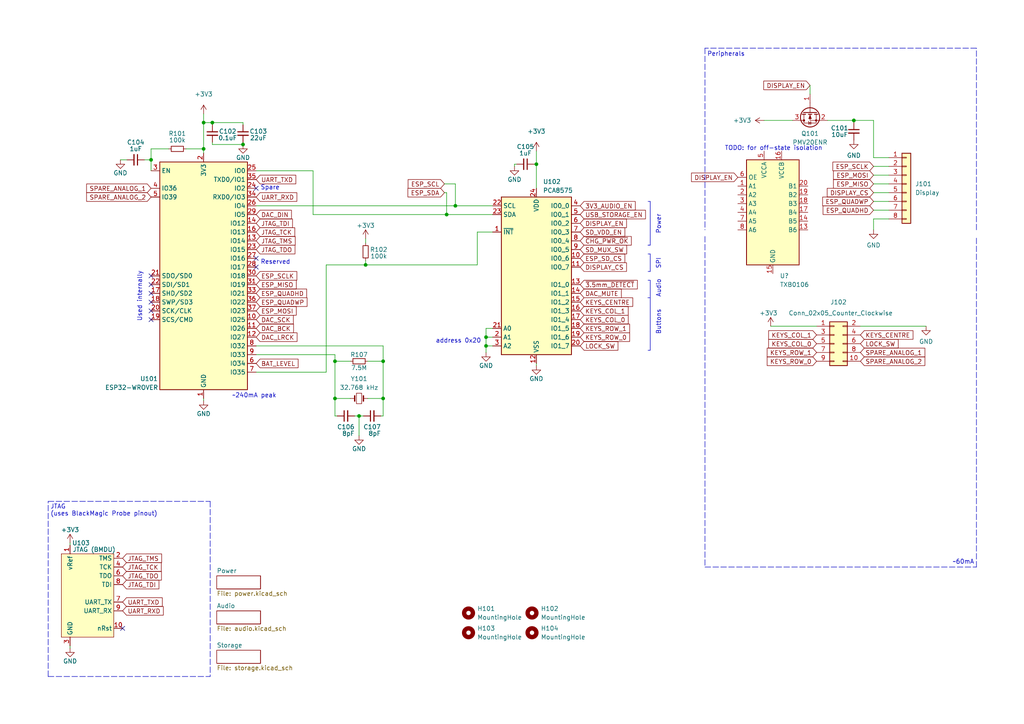
<source format=kicad_sch>
(kicad_sch (version 20211123) (generator eeschema)
  (paper "A4")
  (title_block (date "2022-09-04") (rev "1"))
  (lib_symbols
    (symbol "Connector_Generic:Conn_01x08" (pin_names (offset 1.016) hide)
      (property "Reference" "J" (at 0 10.16 0))
      (property "Value" "Conn_01x08" (at 0 -12.7 0))
      (symbol "Conn_01x08_1_1"
        (rectangle (start -1.27 -10.033) (end 0 -10.287) (stroke (width 0.1524)))
        (rectangle (start -1.27 -7.493) (end 0 -7.747) (stroke (width 0.1524)))
        (rectangle (start -1.27 -4.953) (end 0 -5.207) (stroke (width 0.1524)))
        (rectangle (start -1.27 -2.413) (end 0 -2.667) (stroke (width 0.1524)))
        (rectangle (start -1.27 0.127) (end 0 -0.127) (stroke (width 0.1524)))
        (rectangle (start -1.27 2.667) (end 0 2.413) (stroke (width 0.1524)))
        (rectangle (start -1.27 5.207) (end 0 4.953) (stroke (width 0.1524)))
        (rectangle (start -1.27 7.747) (end 0 7.493) (stroke (width 0.1524)))
        (rectangle (start -1.27 8.89) (end 1.27 -11.43) (stroke (width 0.254)) (fill (type background)))
        (pin passive line (at -5.08 7.62 0) (length 3.81) (name "Pin_1") (number "1"))
        (pin passive line (at -5.08 5.08 0) (length 3.81) (name "Pin_2") (number "2"))
        (pin passive line (at -5.08 2.54 0) (length 3.81) (name "Pin_3") (number "3"))
        (pin passive line (at -5.08 0 0) (length 3.81) (name "Pin_4") (number "4"))
        (pin passive line (at -5.08 -2.54 0) (length 3.81) (name "Pin_5") (number "5"))
        (pin passive line (at -5.08 -5.08 0) (length 3.81) (name "Pin_6") (number "6"))
        (pin passive line (at -5.08 -7.62 0) (length 3.81) (name "Pin_7") (number "7"))
        (pin passive line (at -5.08 -10.16 0) (length 3.81) (name "Pin_8") (number "8"))
      )
    )
    (symbol "Connector_Generic:Conn_02x05_Odd_Even" (pin_names (offset 1.016) hide)
      (property "Reference" "J" (at 1.27 7.62 0))
      (property "Value" "Conn_02x05_Odd_Even" (at 1.27 -7.62 0))
      (symbol "Conn_02x05_Odd_Even_1_1"
        (rectangle (start -1.27 -4.953) (end 0 -5.207) (stroke (width 0.1524)))
        (rectangle (start -1.27 -2.413) (end 0 -2.667) (stroke (width 0.1524)))
        (rectangle (start -1.27 0.127) (end 0 -0.127) (stroke (width 0.1524)))
        (rectangle (start -1.27 2.667) (end 0 2.413) (stroke (width 0.1524)))
        (rectangle (start -1.27 5.207) (end 0 4.953) (stroke (width 0.1524)))
        (rectangle (start -1.27 6.35) (end 3.81 -6.35) (stroke (width 0.254)) (fill (type background)))
        (rectangle (start 3.81 -4.953) (end 2.54 -5.207) (stroke (width 0.1524)))
        (rectangle (start 3.81 -2.413) (end 2.54 -2.667) (stroke (width 0.1524)))
        (rectangle (start 3.81 0.127) (end 2.54 -0.127) (stroke (width 0.1524)))
        (rectangle (start 3.81 2.667) (end 2.54 2.413) (stroke (width 0.1524)))
        (rectangle (start 3.81 5.207) (end 2.54 4.953) (stroke (width 0.1524)))
        (pin passive line (at -5.08 5.08 0) (length 3.81) (name "Pin_1") (number "1"))
        (pin passive line (at 7.62 -5.08 180) (length 3.81) (name "Pin_10") (number "10"))
        (pin passive line (at 7.62 5.08 180) (length 3.81) (name "Pin_2") (number "2"))
        (pin passive line (at -5.08 2.54 0) (length 3.81) (name "Pin_3") (number "3"))
        (pin passive line (at 7.62 2.54 180) (length 3.81) (name "Pin_4") (number "4"))
        (pin passive line (at -5.08 0 0) (length 3.81) (name "Pin_5") (number "5"))
        (pin passive line (at 7.62 0 180) (length 3.81) (name "Pin_6") (number "6"))
        (pin passive line (at -5.08 -2.54 0) (length 3.81) (name "Pin_7") (number "7"))
        (pin passive line (at 7.62 -2.54 180) (length 3.81) (name "Pin_8") (number "8"))
        (pin passive line (at -5.08 -5.08 0) (length 3.81) (name "Pin_9") (number "9"))
      )
    )
    (symbol "Device:C_Small" (pin_numbers hide) (pin_names (offset 0.254) hide)
      (property "Reference" "C" (at 0.254 1.778 0))
      (property "Value" "C_Small" (at 0.254 -2.032 0))
      (symbol "C_Small_0_1"
        (polyline (pts (xy -1.524 -0.508) (xy 1.524 -0.508)) (stroke (width 0.3302)))
        (polyline (pts (xy -1.524 0.508) (xy 1.524 0.508)) (stroke (width 0.3048)))
      )
      (symbol "C_Small_1_1"
        (pin passive line (at 0 2.54 270) (length 2.032) (name "~") (number "1"))
        (pin passive line (at 0 -2.54 90) (length 2.032) (name "~") (number "2"))
      )
    )
    (symbol "Device:Crystal_Small" (pin_numbers hide) (pin_names (offset 1.016) hide)
      (property "Reference" "Y" (at 0 2.54 0))
      (property "Value" "Crystal_Small" (at 0 -2.54 0))
      (symbol "Crystal_Small_0_1"
        (rectangle (start -0.762 -1.524) (end 0.762 1.524))
        (polyline (pts (xy -1.27 -0.762) (xy -1.27 0.762)) (stroke (width 0.381)))
        (polyline (pts (xy 1.27 -0.762) (xy 1.27 0.762)) (stroke (width 0.381)))
      )
      (symbol "Crystal_Small_1_1"
        (pin passive line (at -2.54 0 0) (length 1.27) (name "1") (number "1"))
        (pin passive line (at 2.54 0 180) (length 1.27) (name "2") (number "2"))
      )
    )
    (symbol "Device:R_Small" (pin_numbers hide) (pin_names (offset 0.254) hide)
      (property "Reference" "R" (at 0.762 0.508 0))
      (property "Value" "R_Small" (at 0.762 -1.016 0))
      (symbol "R_Small_0_1"
        (rectangle (start -0.762 1.778) (end 0.762 -1.778) (stroke (width 0.2032)))
      )
      (symbol "R_Small_1_1"
        (pin passive line (at 0 2.54 270) (length 0.762) (name "~") (number "1"))
        (pin passive line (at 0 -2.54 90) (length 0.762) (name "~") (number "2"))
      )
    )
    (symbol "Interface_Expansion:PCA9555D"
      (property "Reference" "U" (at -8.89 24.13 0))
      (property "Value" "PCA9555D" (at 6.35 24.13 0))
      (symbol "PCA9555D_0_1"
        (rectangle (start -10.16 22.86) (end 10.16 -22.86) (stroke (width 0.254)) (fill (type background)))
      )
      (symbol "PCA9555D_1_1"
        (pin open_collector line (at -12.7 12.7 0) (length 2.54) (name "~{INT}") (number "1"))
        (pin bidirectional line (at 12.7 5.08 180) (length 2.54) (name "IO0_6") (number "10"))
        (pin bidirectional line (at 12.7 2.54 180) (length 2.54) (name "IO0_7") (number "11"))
        (pin power_in line (at 0 -25.4 90) (length 2.54) (name "VSS") (number "12"))
        (pin bidirectional line (at 12.7 -2.54 180) (length 2.54) (name "IO1_0") (number "13"))
        (pin bidirectional line (at 12.7 -5.08 180) (length 2.54) (name "IO1_1") (number "14"))
        (pin bidirectional line (at 12.7 -7.62 180) (length 2.54) (name "IO1_2") (number "15"))
        (pin bidirectional line (at 12.7 -10.16 180) (length 2.54) (name "IO1_3") (number "16"))
        (pin bidirectional line (at 12.7 -12.7 180) (length 2.54) (name "IO1_4") (number "17"))
        (pin bidirectional line (at 12.7 -15.24 180) (length 2.54) (name "IO1_5") (number "18"))
        (pin bidirectional line (at 12.7 -17.78 180) (length 2.54) (name "IO1_6") (number "19"))
        (pin input line (at -12.7 -17.78 0) (length 2.54) (name "A1") (number "2"))
        (pin bidirectional line (at 12.7 -20.32 180) (length 2.54) (name "IO1_7") (number "20"))
        (pin input line (at -12.7 -15.24 0) (length 2.54) (name "A0") (number "21"))
        (pin input line (at -12.7 20.32 0) (length 2.54) (name "SCL") (number "22"))
        (pin bidirectional line (at -12.7 17.78 0) (length 2.54) (name "SDA") (number "23"))
        (pin power_in line (at 0 25.4 270) (length 2.54) (name "VDD") (number "24"))
        (pin input line (at -12.7 -20.32 0) (length 2.54) (name "A2") (number "3"))
        (pin bidirectional line (at 12.7 20.32 180) (length 2.54) (name "IO0_0") (number "4"))
        (pin bidirectional line (at 12.7 17.78 180) (length 2.54) (name "IO0_1") (number "5"))
        (pin bidirectional line (at 12.7 15.24 180) (length 2.54) (name "IO0_2") (number "6"))
        (pin bidirectional line (at 12.7 12.7 180) (length 2.54) (name "IO0_3") (number "7"))
        (pin bidirectional line (at 12.7 10.16 180) (length 2.54) (name "IO0_4") (number "8"))
        (pin bidirectional line (at 12.7 7.62 180) (length 2.54) (name "IO0_5") (number "9"))
      )
    )
    (symbol "Mechanical:MountingHole" (pin_names (offset 1.016))
      (property "Reference" "H" (at 0 5.08 0))
      (property "Value" "MountingHole" (at 0 3.175 0))
      (symbol "MountingHole_0_1"
        (circle (center 0 0) (radius 1.27) (stroke (width 1.27)))
      )
    )
    (symbol "RF_Module:ESP32-WROOM-32U"
      (property "Reference" "U101" (at -18.415 -29.845 0))
      (property "Value" "ESP32-WROOM-32UE" (at -34.29 -32.385 0))
      (symbol "ESP32-WROOM-32U_0_1"
        (rectangle (start -12.7 33.02) (end 12.7 -33.02) (stroke (width 0.254)) (fill (type background)))
      )
      (symbol "ESP32-WROOM-32U_1_1"
        (pin power_in line (at 0 -35.56 90) (length 2.54) (name "GND") (number "1"))
        (pin bidirectional line (at 15.24 -12.7 180) (length 2.54) (name "IO25") (number "10"))
        (pin bidirectional line (at 15.24 -15.24 180) (length 2.54) (name "IO26") (number "11"))
        (pin bidirectional line (at 15.24 -17.78 180) (length 2.54) (name "IO27") (number "12"))
        (pin bidirectional line (at 15.24 10.16 180) (length 2.54) (name "IO14") (number "13"))
        (pin bidirectional line (at 15.24 15.24 180) (length 2.54) (name "IO12") (number "14"))
        (pin passive line (at 0 -35.56 90) (length 2.54) hide (name "GND") (number "15"))
        (pin bidirectional line (at 15.24 12.7 180) (length 2.54) (name "IO13") (number "16"))
        (pin bidirectional line (at -15.24 -5.08 0) (length 2.54) (name "SHD/SD2") (number "17"))
        (pin bidirectional line (at -15.24 -7.62 0) (length 2.54) (name "SWP/SD3") (number "18"))
        (pin bidirectional line (at -15.24 -12.7 0) (length 2.54) (name "SCS/CMD") (number "19"))
        (pin power_in line (at 0 35.56 270) (length 2.54) (name "3V3") (number "2"))
        (pin bidirectional line (at -15.24 -10.16 0) (length 2.54) (name "SCK/CLK") (number "20"))
        (pin bidirectional line (at -15.24 0 0) (length 2.54) (name "SDO/SD0") (number "21"))
        (pin bidirectional line (at -15.24 -2.54 0) (length 2.54) (name "SDI/SD1") (number "22"))
        (pin bidirectional line (at 15.24 7.62 180) (length 2.54) (name "IO15") (number "23"))
        (pin bidirectional line (at 15.24 25.4 180) (length 2.54) (name "IO2") (number "24"))
        (pin bidirectional line (at 15.24 30.48 180) (length 2.54) (name "IO0") (number "25"))
        (pin bidirectional line (at 15.24 20.32 180) (length 2.54) (name "IO4") (number "26"))
        (pin bidirectional line (at 15.24 5.08 180) (length 2.54) (name "IO16") (number "27"))
        (pin bidirectional line (at 15.24 2.54 180) (length 2.54) (name "IO17") (number "28"))
        (pin bidirectional line (at 15.24 17.78 180) (length 2.54) (name "IO5") (number "29"))
        (pin input line (at -15.24 30.48 0) (length 2.54) (name "EN") (number "3"))
        (pin bidirectional line (at 15.24 0 180) (length 2.54) (name "IO18") (number "30"))
        (pin bidirectional line (at 15.24 -2.54 180) (length 2.54) (name "IO19") (number "31"))
        (pin no_connect line (at -12.7 -27.94 0) (length 2.54) hide (name "NC") (number "32"))
        (pin bidirectional line (at 15.24 -5.08 180) (length 2.54) (name "IO21") (number "33"))
        (pin bidirectional line (at 15.24 22.86 180) (length 2.54) (name "RXD0/IO3") (number "34"))
        (pin bidirectional line (at 15.24 27.94 180) (length 2.54) (name "TXD0/IO1") (number "35"))
        (pin bidirectional line (at 15.24 -7.62 180) (length 2.54) (name "IO22") (number "36"))
        (pin bidirectional line (at 15.24 -10.16 180) (length 2.54) (name "IO23") (number "37"))
        (pin passive line (at 0 -35.56 90) (length 2.54) hide (name "GND") (number "38"))
        (pin passive line (at 0 -35.56 90) (length 2.54) hide (name "GND") (number "39"))
        (pin input line (at -15.24 25.4 0) (length 2.54) (name "IO36") (number "4"))
        (pin input line (at -15.24 22.86 0) (length 2.54) (name "IO39") (number "5"))
        (pin input line (at 15.24 -25.4 180) (length 2.54) (name "IO34") (number "6"))
        (pin input line (at 15.24 -27.94 180) (length 2.54) (name "IO35") (number "7"))
        (pin bidirectional line (at 15.24 -20.32 180) (length 2.54) (name "IO32") (number "8"))
        (pin bidirectional line (at 15.24 -22.86 180) (length 2.54) (name "IO33") (number "9"))
      )
    )
    (symbol "Transistor_FET:2N7002" (pin_names hide)
      (property "Reference" "Q" (at 5.08 1.905 0))
      (property "Value" "2N7002" (at 5.08 0 0))
      (symbol "2N7002_0_1"
        (polyline (pts (xy 0.254 0) (xy -2.54 0)))
        (polyline (pts (xy 0.254 1.905) (xy 0.254 -1.905)) (stroke (width 0.254)))
        (polyline (pts (xy 0.762 -1.27) (xy 0.762 -2.286)) (stroke (width 0.254)))
        (polyline (pts (xy 0.762 0.508) (xy 0.762 -0.508)) (stroke (width 0.254)))
        (polyline (pts (xy 0.762 2.286) (xy 0.762 1.27)) (stroke (width 0.254)))
        (polyline (pts (xy 2.54 2.54) (xy 2.54 1.778)))
        (polyline (pts (xy 2.54 -2.54) (xy 2.54 0) (xy 0.762 0)))
        (polyline (pts (xy 0.762 -1.778) (xy 3.302 -1.778) (xy 3.302 1.778) (xy 0.762 1.778)))
        (polyline (pts (xy 1.016 0) (xy 2.032 0.381) (xy 2.032 -0.381) (xy 1.016 0)) (fill (type outline)))
        (polyline (pts (xy 2.794 0.508) (xy 2.921 0.381) (xy 3.683 0.381) (xy 3.81 0.254)))
        (polyline (pts (xy 3.302 0.381) (xy 2.921 -0.254) (xy 3.683 -0.254) (xy 3.302 0.381)))
        (circle (center 1.651 0) (radius 2.794) (stroke (width 0.254)))
        (circle (center 2.54 -1.778) (radius 0.254) (fill (type outline)))
        (circle (center 2.54 1.778) (radius 0.254) (fill (type outline)))
      )
      (symbol "2N7002_1_1"
        (pin input line (at -5.08 0 0) (length 2.54) (name "G") (number "1"))
        (pin passive line (at 2.54 -5.08 90) (length 2.54) (name "S") (number "2"))
        (pin passive line (at 2.54 5.08 270) (length 2.54) (name "D") (number "3"))
      )
    )
    (symbol "power:+3V3" (power) (pin_names (offset 0))
      (property "Value" "+3V3" (at 0 3.556 0))
      (symbol "+3V3_0_1"
        (polyline (pts (xy -0.762 1.27) (xy 0 2.54)))
        (polyline (pts (xy 0 0) (xy 0 2.54)))
        (polyline (pts (xy 0 2.54) (xy 0.762 1.27)))
      )
      (symbol "+3V3_1_1"
        (pin power_in line (at 0 0 90) (length 0) hide (name "+3V3") (number "1"))
      )
    )
    (symbol "power:GND" (power) (pin_names (offset 0))
      (property "Value" "GND" (at 0 -3.81 0))
      (symbol "GND_0_1"
        (polyline (pts (xy 0 0) (xy 0 -1.27) (xy 1.27 -1.27) (xy 0 -2.54) (xy -1.27 -1.27) (xy 0 -1.27)))
      )
      (symbol "GND_1_1"
        (pin power_in line (at 0 0 270) (length 0) hide (name "GND") (number "1"))
      )
    )
    (symbol "symbols:BMDU"
      (property "Reference" "U" (at -5.08 6.35 0))
      (property "Value" "BMDU" (at -5.08 6.35 0))
      (symbol "BMDU_0_0"
        (pin unspecified line (at -5.08 20.32 270) (length 2.54) (name "vRef") (number "1"))
        (pin unspecified line (at 10.16 -3.81 180) (length 2.54) (name "nRst") (number "10"))
        (pin unspecified line (at 10.16 16.51 180) (length 2.54) (name "TMS") (number "2"))
        (pin unspecified line (at -5.08 -8.89 90) (length 2.54) (name "GND") (number "3"))
        (pin unspecified line (at 10.16 13.97 180) (length 2.54) (name "TCK") (number "4"))
        (pin unspecified line (at -5.08 -8.89 90) (length 2.54) hide (name "GND") (number "5"))
        (pin unspecified line (at 10.16 11.43 180) (length 2.54) (name "TDO") (number "6"))
        (pin unspecified line (at 10.16 3.81 180) (length 2.54) (name "UART_TX") (number "7"))
        (pin unspecified line (at 10.16 8.89 180) (length 2.54) (name "TDI") (number "8"))
        (pin unspecified line (at 10.16 1.27 180) (length 2.54) (name "UART_RX") (number "9"))
      )
      (symbol "BMDU_0_1"
        (rectangle (start -7.62 17.78) (end 7.62 -6.35) (fill (type background)))
      )
    )
    (symbol "symbols:TXB0106"
      (property "Reference" "U" (at 0 -6.35 0))
      (property "Value" "TXB0106" (at 0 -8.89 0))
      (symbol "TXB0106_0_1"
        (rectangle (start -7.62 13.97) (end 7.62 -16.51) (stroke (width 0.254)) (fill (type background)))
      )
      (symbol "TXB0106_1_1"
        (pin bidirectional line (at -10.16 6.35 0) (length 2.54) (name "A1") (number "1"))
        (pin bidirectional line (at 10.16 -6.35 180) (length 2.54) (name "B6") (number "13"))
        (pin bidirectional line (at 10.16 -3.81 180) (length 2.54) (name "B5") (number "14"))
        (pin power_in line (at 0 -19.05 90) (length 2.54) (name "GND") (number "15"))
        (pin power_in line (at 2.54 16.51 270) (length 2.54) (name "VCCB") (number "16"))
        (pin bidirectional line (at 10.16 -1.27 180) (length 2.54) (name "B4") (number "17"))
        (pin bidirectional line (at 10.16 1.27 180) (length 2.54) (name "B3") (number "18"))
        (pin bidirectional line (at 10.16 3.81 180) (length 2.54) (name "B2") (number "19"))
        (pin bidirectional line (at -10.16 3.81 0) (length 2.54) (name "A2") (number "2"))
        (pin bidirectional line (at 10.16 6.35 180) (length 2.54) (name "B1") (number "20"))
        (pin bidirectional line (at -10.16 1.27 0) (length 2.54) (name "A3") (number "3"))
        (pin bidirectional line (at -10.16 -1.27 0) (length 2.54) (name "A4") (number "4"))
        (pin power_in line (at -2.54 16.51 270) (length 2.54) (name "VCCA") (number "5"))
        (pin input line (at -10.16 8.89 0) (length 2.54) (name "OE") (number "6"))
        (pin bidirectional line (at -10.16 -3.81 0) (length 2.54) (name "A5") (number "7"))
        (pin bidirectional line (at -10.16 -6.35 0) (length 2.54) (name "A6") (number "8"))
      )
    )
  )
  (junction (at 97.155 104.775))
  (junction (at 106.045 76.835))
  (junction (at 132.08 59.69))
  (junction (at 140.97 100.33))
  (junction (at 104.14 120.65))
  (junction (at 70.485 41.91))
  (junction (at 129.54 62.23))
  (junction (at 43.815 46.355))
  (junction (at 140.97 97.79))
  (junction (at 61.595 35.56))
  (junction (at 111.125 104.775))
  (junction (at 59.055 35.56))
  (junction (at 111.125 115.57))
  (junction (at 97.155 115.57))
  (junction (at 155.575 47.625))
  (junction (at 59.055 43.18))
  (junction (at 247.65 34.925))
  (no_connect (at 43.815 80.01))
  (no_connect (at 43.815 82.55))
  (no_connect (at 43.815 85.09))
  (no_connect (at 43.815 87.63))
  (no_connect (at 43.815 90.17))
  (no_connect (at 43.815 92.71))
  (no_connect (at 74.295 54.61))
  (no_connect (at 74.295 74.93))
  (no_connect (at 74.295 77.47))
  (no_connect (at 35.56 182.245))
  (wire (pts (xy 142.875 97.79) (xy 140.97 97.79)))
  (wire (pts (xy 97.155 115.57) (xy 101.6 115.57)))
  (wire (pts (xy 149.86 47.625) (xy 149.225 47.625)))
  (wire (pts (xy 111.125 104.775) (xy 111.125 115.57)))
  (wire (pts (xy 138.43 76.835) (xy 106.045 76.835)))
  (wire (pts (xy 249.555 94.615) (xy 268.605 94.615)))
  (wire (pts (xy 140.97 95.25) (xy 140.97 97.79)))
  (wire (pts (xy 253.365 48.26) (xy 257.81 48.26)))
  (polyline (pts (xy 187.96 71.12) (xy 188.595 71.12)) (stroke (width 0) (type solid)))
  (wire (pts (xy 97.155 115.57) (xy 97.155 120.65)))
  (polyline (pts (xy 204.47 68.58) (xy 204.47 164.465)))
  (polyline (pts (xy 187.96 81.28) (xy 188.595 81.28)) (stroke (width 0) (type solid)))
  (wire (pts (xy 253.365 63.5) (xy 253.365 66.675)))
  (polyline (pts (xy 283.21 66.675) (xy 283.21 13.97)))
  (wire (pts (xy 74.295 100.33) (xy 111.125 100.33)))
  (wire (pts (xy 61.595 41.275) (xy 61.595 41.91)))
  (polyline (pts (xy 188.595 73.66) (xy 188.595 78.74)) (stroke (width 0) (type solid)))
  (wire (pts (xy 74.295 102.87) (xy 97.155 102.87)))
  (wire (pts (xy 59.055 35.56) (xy 59.055 43.18)))
  (wire (pts (xy 53.975 43.18) (xy 59.055 43.18)))
  (wire (pts (xy 128.905 53.34) (xy 132.08 53.34)))
  (polyline (pts (xy 188.595 58.42) (xy 188.595 71.12)) (stroke (width 0) (type solid)))
  (wire (pts (xy 253.365 58.42) (xy 257.81 58.42)))
  (wire (pts (xy 253.365 34.925) (xy 253.365 45.72)))
  (wire (pts (xy 104.14 120.65) (xy 104.14 126.365)))
  (wire (pts (xy 41.91 46.355) (xy 43.815 46.355)))
  (wire (pts (xy 59.055 116.205) (xy 59.055 115.57)))
  (polyline (pts (xy 204.47 164.465) (xy 283.21 164.465)))
  (wire (pts (xy 43.815 43.18) (xy 43.815 46.355)))
  (wire (pts (xy 61.595 35.56) (xy 70.485 35.56)))
  (wire (pts (xy 234.95 24.765) (xy 234.95 27.305)))
  (wire (pts (xy 20.32 157.48) (xy 20.32 158.115)))
  (wire (pts (xy 155.575 106.045) (xy 155.575 105.41)))
  (polyline (pts (xy 283.21 164.465) (xy 283.21 68.58)))
  (polyline (pts (xy 13.97 196.215) (xy 13.97 145.415)))
  (wire (pts (xy 111.125 100.33) (xy 111.125 104.775)))
  (wire (pts (xy 155.575 43.815) (xy 155.575 47.625)))
  (wire (pts (xy 70.485 36.195) (xy 70.485 35.56)))
  (wire (pts (xy 102.87 120.65) (xy 104.14 120.65)))
  (wire (pts (xy 138.43 67.31) (xy 142.875 67.31)))
  (wire (pts (xy 97.155 104.775) (xy 101.6 104.775)))
  (wire (pts (xy 97.155 104.775) (xy 97.155 115.57)))
  (wire (pts (xy 132.08 59.69) (xy 142.875 59.69)))
  (wire (pts (xy 111.125 115.57) (xy 111.125 120.65)))
  (wire (pts (xy 90.805 49.53) (xy 90.805 62.23)))
  (polyline (pts (xy 283.21 13.97) (xy 204.47 13.97)))
  (wire (pts (xy 138.43 67.31) (xy 138.43 76.835)))
  (wire (pts (xy 257.81 63.5) (xy 253.365 63.5)))
  (wire (pts (xy 34.925 46.355) (xy 36.83 46.355)))
  (wire (pts (xy 74.295 59.69) (xy 132.08 59.69)))
  (polyline (pts (xy 187.96 86.36) (xy 188.595 86.36)) (stroke (width 0) (type solid)))
  (polyline (pts (xy 188.595 86.36) (xy 188.595 101.6)) (stroke (width 0) (type solid)))
  (wire (pts (xy 59.055 33.02) (xy 59.055 35.56)))
  (wire (pts (xy 97.155 102.87) (xy 97.155 104.775)))
  (wire (pts (xy 59.055 35.56) (xy 61.595 35.56)))
  (wire (pts (xy 61.595 41.91) (xy 70.485 41.91)))
  (wire (pts (xy 221.615 34.925) (xy 229.87 34.925)))
  (polyline (pts (xy 187.96 86.36) (xy 188.595 86.36)) (stroke (width 0) (type solid)))
  (wire (pts (xy 140.97 97.79) (xy 140.97 100.33)))
  (wire (pts (xy 253.365 60.96) (xy 257.81 60.96)))
  (wire (pts (xy 59.055 43.18) (xy 59.055 44.45)))
  (wire (pts (xy 129.54 55.88) (xy 129.54 62.23)))
  (polyline (pts (xy 187.96 101.6) (xy 188.595 101.6)) (stroke (width 0) (type solid)))
  (wire (pts (xy 223.52 94.615) (xy 236.855 94.615)))
  (wire (pts (xy 74.295 107.95) (xy 94.615 107.95)))
  (polyline (pts (xy 187.96 73.66) (xy 188.595 73.66)))
  (wire (pts (xy 253.365 53.34) (xy 257.81 53.34)))
  (polyline (pts (xy 187.96 71.12) (xy 188.595 71.12)) (stroke (width 0) (type solid)))
  (wire (pts (xy 253.365 50.8) (xy 257.81 50.8)))
  (wire (pts (xy 43.815 46.355) (xy 43.815 49.53)))
  (wire (pts (xy 106.045 70.485) (xy 106.045 69.215)))
  (wire (pts (xy 48.895 43.18) (xy 43.815 43.18)))
  (polyline (pts (xy 204.47 13.97) (xy 204.47 66.675)))
  (wire (pts (xy 253.365 55.88) (xy 257.81 55.88)))
  (wire (pts (xy 247.65 35.56) (xy 247.65 34.925)))
  (wire (pts (xy 149.225 47.625) (xy 149.225 48.26)))
  (wire (pts (xy 106.68 104.775) (xy 111.125 104.775)))
  (polyline (pts (xy 13.97 145.415) (xy 60.96 145.415)))
  (wire (pts (xy 154.94 47.625) (xy 155.575 47.625)))
  (wire (pts (xy 142.875 100.33) (xy 140.97 100.33)))
  (wire (pts (xy 155.575 47.625) (xy 155.575 54.61)))
  (wire (pts (xy 110.49 120.65) (xy 111.125 120.65)))
  (wire (pts (xy 104.14 120.65) (xy 105.41 120.65)))
  (wire (pts (xy 132.08 53.34) (xy 132.08 59.69)))
  (wire (pts (xy 129.54 62.23) (xy 142.875 62.23)))
  (wire (pts (xy 247.65 34.925) (xy 253.365 34.925)))
  (polyline (pts (xy 187.96 78.74) (xy 188.595 78.74)))
  (wire (pts (xy 240.03 34.925) (xy 247.65 34.925)))
  (wire (pts (xy 253.365 45.72) (xy 257.81 45.72)))
  (polyline (pts (xy 187.96 86.36) (xy 188.595 86.36)))
  (wire (pts (xy 61.595 35.56) (xy 61.595 36.195)))
  (wire (pts (xy 128.905 55.88) (xy 129.54 55.88)))
  (wire (pts (xy 70.485 41.91) (xy 70.485 41.275)))
  (wire (pts (xy 94.615 76.835) (xy 94.615 107.95)))
  (wire (pts (xy 140.97 100.33) (xy 140.97 102.235)))
  (wire (pts (xy 97.79 120.65) (xy 97.155 120.65)))
  (polyline (pts (xy 13.97 196.215) (xy 60.96 196.215)))
  (wire (pts (xy 90.805 62.23) (xy 129.54 62.23)))
  (wire (pts (xy 20.32 187.325) (xy 20.32 187.96)))
  (wire (pts (xy 106.045 75.565) (xy 106.045 76.835)))
  (polyline (pts (xy 188.595 81.28) (xy 188.595 86.36)) (stroke (width 0) (type solid)))
  (polyline (pts (xy 60.96 145.415) (xy 60.96 196.215)))
  (wire (pts (xy 106.045 76.835) (xy 94.615 76.835)))
  (wire (pts (xy 74.295 49.53) (xy 90.805 49.53)))
  (wire (pts (xy 106.68 115.57) (xy 111.125 115.57)))
  (polyline (pts (xy 187.96 58.42) (xy 188.595 58.42)) (stroke (width 0) (type solid)))
  (wire (pts (xy 142.875 95.25) (xy 140.97 95.25)))
  (text "Spare" (at 75.565 55.245 0) (effects (font (size 1.27 1.27)) (justify left bottom)))
  (text "Audio" (at 191.77 86.36 90) (effects (font (size 1.27 1.27)) (justify left bottom)))
  (text "Buttons" (at 191.77 97.155 90) (effects (font (size 1.27 1.27)) (justify left bottom)))
  (text "~240mA peak" (at 67.31 115.57 0) (effects (font (size 1.27 1.27)) (justify left bottom)))
  (text "Power" (at 191.77 67.945 90) (effects (font (size 1.27 1.27)) (justify left bottom)))
  (text "Used internally" (at 41.275 93.345 90) (effects (font (size 1.27 1.27)) (justify left bottom)))
  (text "address 0x20" (at 126.365 99.695 0) (effects (font (size 1.27 1.27)) (justify left bottom)))
  (text "JTAG\n(uses BlackMagic Probe pinout)" (at 14.605 149.86 0) (effects (font (size 1.27 1.27)) (justify left bottom)))
  (text "~60mA" (at 282.575 163.83 180) (effects (font (size 1.27 1.27)) (justify right bottom)))
  (text "TODO: for off-state isolation" (at 210.185 43.815 0) (effects (font (size 1.27 1.27)) (justify left bottom)))
  (text "SPI" (at 191.77 78.105 90) (effects (font (size 1.27 1.27)) (justify left bottom)))
  (text "Peripherals" (at 205.105 16.51 0) (effects (font (size 1.27 1.27)) (justify left bottom)))
  (text "Reserved" (at 75.565 76.835 0) (effects (font (size 1.27 1.27)) (justify left bottom)))
  (global_label "DISPLAY_CS" (shape input) (at 168.275 77.47 0) (property "Intersheet References" "${INTERSHEET_REFS}" (effects hide)))
  (global_label "UART_TXD" (shape input) (at 74.295 52.07 0) (property "Intersheet References" "${INTERSHEET_REFS}" (effects hide)))
  (global_label "KEYS_COL_0" (shape input) (at 236.855 99.695 180) (property "Intersheet References" "${INTERSHEET_REFS}" (effects hide)))
  (global_label "JTAG_TDI" (shape input) (at 35.56 169.545 0) (property "Intersheet References" "${INTERSHEET_REFS}" (effects hide)))
  (global_label "KEYS_COL_1" (shape input) (at 168.275 90.17 0) (property "Intersheet References" "${INTERSHEET_REFS}" (effects hide)))
  (global_label "JTAG_TCK" (shape input) (at 35.56 164.465 0) (property "Intersheet References" "${INTERSHEET_REFS}" (effects hide)))
  (global_label "JTAG_TDO" (shape input) (at 35.56 167.005 0) (property "Intersheet References" "${INTERSHEET_REFS}" (effects hide)))
  (global_label "KEYS_CENTRE" (shape input) (at 249.555 97.155 0) (property "Intersheet References" "${INTERSHEET_REFS}" (effects hide)))
  (global_label "KEYS_ROW_1" (shape input) (at 236.855 102.235 180) (property "Intersheet References" "${INTERSHEET_REFS}" (effects hide)))
  (global_label "DISPLAY_EN" (shape input) (at 213.995 51.435 180) (property "Intersheet References" "${INTERSHEET_REFS}" (effects hide)))
  (global_label "DAC_LRCK" (shape input) (at 74.295 97.79 0) (property "Intersheet References" "${INTERSHEET_REFS}" (effects hide)))
  (global_label "BAT_LEVEL" (shape input) (at 74.295 105.41 0) (property "Intersheet References" "${INTERSHEET_REFS}" (effects hide)))
  (global_label "UART_RXD" (shape input) (at 74.295 57.15 0) (property "Intersheet References" "${INTERSHEET_REFS}" (effects hide)))
  (global_label "KEYS_COL_1" (shape input) (at 236.855 97.155 180) (property "Intersheet References" "${INTERSHEET_REFS}" (effects hide)))
  (global_label "~{CHG_PWR_OK}" (shape input) (at 168.275 69.85 0) (property "Intersheet References" "${INTERSHEET_REFS}" (effects hide)))
  (global_label "ESP_MOSI" (shape input) (at 74.295 90.17 0) (property "Intersheet References" "${INTERSHEET_REFS}" (effects hide)))
  (global_label "DAC_BCK" (shape input) (at 74.295 95.25 0) (property "Intersheet References" "${INTERSHEET_REFS}" (effects hide)))
  (global_label "DISPLAY_EN" (shape input) (at 168.275 64.77 0) (property "Intersheet References" "${INTERSHEET_REFS}" (effects hide)))
  (global_label "LOCK_SW" (shape input) (at 168.275 100.33 0) (property "Intersheet References" "${INTERSHEET_REFS}" (effects hide)))
  (global_label "SPARE_ANALOG_1" (shape input) (at 43.815 54.61 180) (property "Intersheet References" "${INTERSHEET_REFS}" (effects hide)))
  (global_label "KEYS_CENTRE" (shape input) (at 168.275 87.63 0) (property "Intersheet References" "${INTERSHEET_REFS}" (effects hide)))
  (global_label "KEYS_ROW_0" (shape input) (at 236.855 104.775 180) (property "Intersheet References" "${INTERSHEET_REFS}" (effects hide)))
  (global_label "SD_VDD_EN" (shape input) (at 168.275 67.31 0) (property "Intersheet References" "${INTERSHEET_REFS}" (effects hide)))
  (global_label "ESP_QUADHD" (shape input) (at 74.295 85.09 0) (property "Intersheet References" "${INTERSHEET_REFS}" (effects hide)))
  (global_label "ESP_QUADHD" (shape input) (at 253.365 60.96 180) (property "Intersheet References" "${INTERSHEET_REFS}" (effects hide)))
  (global_label "3V3_AUDIO_EN" (shape input) (at 168.275 59.69 0) (property "Intersheet References" "${INTERSHEET_REFS}" (effects hide)))
  (global_label "JTAG_TCK" (shape input) (at 74.295 67.31 0) (property "Intersheet References" "${INTERSHEET_REFS}" (effects hide)))
  (global_label "DAC_MUTE" (shape input) (at 168.275 85.09 0) (property "Intersheet References" "${INTERSHEET_REFS}" (effects hide)))
  (global_label "JTAG_TDO" (shape input) (at 74.295 72.39 0) (property "Intersheet References" "${INTERSHEET_REFS}" (effects hide)))
  (global_label "SPARE_ANALOG_1" (shape input) (at 249.555 102.235 0) (property "Intersheet References" "${INTERSHEET_REFS}" (effects hide)))
  (global_label "USB_STORAGE_EN" (shape input) (at 168.275 62.23 0) (property "Intersheet References" "${INTERSHEET_REFS}" (effects hide)))
  (global_label "DISPLAY_EN" (shape input) (at 234.95 24.765 180) (property "Intersheet References" "${INTERSHEET_REFS}" (effects hide)))
  (global_label "ESP_QUADWP" (shape input) (at 253.365 58.42 180) (property "Intersheet References" "${INTERSHEET_REFS}" (effects hide)))
  (global_label "KEYS_ROW_1" (shape input) (at 168.275 95.25 0) (property "Intersheet References" "${INTERSHEET_REFS}" (effects hide)))
  (global_label "ESP_MISO" (shape input) (at 74.295 82.55 0) (property "Intersheet References" "${INTERSHEET_REFS}" (effects hide)))
  (global_label "~{3.5mm_DETECT}" (shape input) (at 168.275 82.55 0) (property "Intersheet References" "${INTERSHEET_REFS}" (effects hide)))
  (global_label "ESP_MOSI" (shape input) (at 253.365 50.8 180) (property "Intersheet References" "${INTERSHEET_REFS}" (effects hide)))
  (global_label "DAC_SCK" (shape input) (at 74.295 92.71 0) (property "Intersheet References" "${INTERSHEET_REFS}" (effects hide)))
  (global_label "ESP_MISO" (shape input) (at 253.365 53.34 180) (property "Intersheet References" "${INTERSHEET_REFS}" (effects hide)))
  (global_label "UART_TXD" (shape input) (at 35.56 174.625 0) (property "Intersheet References" "${INTERSHEET_REFS}" (effects hide)))
  (global_label "LOCK_SW" (shape input) (at 249.555 99.695 0) (property "Intersheet References" "${INTERSHEET_REFS}" (effects hide)))
  (global_label "SPARE_ANALOG_2" (shape input) (at 249.555 104.775 0) (property "Intersheet References" "${INTERSHEET_REFS}" (effects hide)))
  (global_label "JTAG_TDI" (shape input) (at 74.295 64.77 0) (property "Intersheet References" "${INTERSHEET_REFS}" (effects hide)))
  (global_label "ESP_SCLK" (shape input) (at 74.295 80.01 0) (property "Intersheet References" "${INTERSHEET_REFS}" (effects hide)))
  (global_label "SD_MUX_SW" (shape input) (at 168.275 72.39 0) (property "Intersheet References" "${INTERSHEET_REFS}" (effects hide)))
  (global_label "KEYS_ROW_0" (shape input) (at 168.275 97.79 0) (property "Intersheet References" "${INTERSHEET_REFS}" (effects hide)))
  (global_label "UART_RXD" (shape input) (at 35.56 177.165 0) (property "Intersheet References" "${INTERSHEET_REFS}" (effects hide)))
  (global_label "ESP_QUADWP" (shape input) (at 74.295 87.63 0) (property "Intersheet References" "${INTERSHEET_REFS}" (effects hide)))
  (global_label "ESP_SCLK" (shape input) (at 253.365 48.26 180) (property "Intersheet References" "${INTERSHEET_REFS}" (effects hide)))
  (global_label "KEYS_COL_0" (shape input) (at 168.275 92.71 0) (property "Intersheet References" "${INTERSHEET_REFS}" (effects hide)))
  (global_label "JTAG_TMS" (shape input) (at 74.295 69.85 0) (property "Intersheet References" "${INTERSHEET_REFS}" (effects hide)))
  (global_label "DISPLAY_CS" (shape input) (at 253.365 55.88 180) (property "Intersheet References" "${INTERSHEET_REFS}" (effects hide)))
  (global_label "SPARE_ANALOG_2" (shape input) (at 43.815 57.15 180) (property "Intersheet References" "${INTERSHEET_REFS}" (effects hide)))
  (global_label "ESP_SDA" (shape input) (at 128.905 55.88 180) (property "Intersheet References" "${INTERSHEET_REFS}" (effects hide)))
  (global_label "ESP_SD_CS" (shape input) (at 168.275 74.93 0) (property "Intersheet References" "${INTERSHEET_REFS}" (effects hide)))
  (global_label "ESP_SCL" (shape input) (at 128.905 53.34 180) (property "Intersheet References" "${INTERSHEET_REFS}" (effects hide)))
  (global_label "DAC_DIN" (shape input) (at 74.295 62.23 0) (property "Intersheet References" "${INTERSHEET_REFS}" (effects hide)))
  (global_label "JTAG_TMS" (shape input) (at 35.56 161.925 0) (property "Intersheet References" "${INTERSHEET_REFS}" (effects hide)))
  (symbol (lib_id "power:GND") (at 59.055 116.205 0) (unit 1)
    (property "Reference" "#PWR0115" (effects hide))
    (property "Value" "GND" (at 59.055 120.015 0))
  )
  (symbol (lib_id "power:+3V3") (at 20.32 157.48 0) (unit 1)
    (property "Reference" "#PWR0117" (effects hide))
    (property "Value" "+3V3" (at 20.32 153.67 0))
  )
  (symbol (lib_id "Device:C_Small") (at 152.4 47.625 270) (unit 1)
    (property "Reference" "C105" (at 152.4 42.545 90))
    (property "Value" "1uF" (at 152.4 44.45 90))
    (property "Footprint" "Capacitor_SMD:C_0805_2012Metric" (effects hide))
    (property "PN" "EMK212BJ105KG-T" (effects hide))
  )
  (symbol (lib_id "Mechanical:MountingHole") (at 135.89 183.515 0) (unit 1) (in_bom no)
    (property "Reference" "H103" (at 138.43 182.2449 0) (effects (justify left)))
    (property "Value" "MountingHole" (at 138.43 184.7849 0) (effects (justify left)))
    (property "Footprint" "MountingHole:MountingHole_2.2mm_M2" (effects hide))
  )
  (symbol (lib_id "Connector_Generic:Conn_02x05_Odd_Even") (at 241.935 99.695 0) (unit 1)
    (property "Reference" "J102" (at 243.205 87.63 0))
    (property "Value" "Conn_02x05_Counter_Clockwise" (at 243.84 90.805 0))
    (property "Footprint" "Connector_PinHeader_1.27mm:PinHeader_2x05_P1.27mm_Vertical_SMD" (effects hide))
    (property "PN" "1156861" (effects hide))
  )
  (symbol (lib_id "RF_Module:ESP32-WROOM-32U") (at 59.055 80.01 0) (unit 1)
    (property "Reference" "U101" (at 40.64 109.855 0) (effects (justify left)))
    (property "Value" "ESP32-WROVER" (at 30.48 112.395 0) (effects (justify left)))
    (property "Footprint" "footprints:ESP32-WROVER" (effects hide))
    (property "Datasheet" "https://www.espressif.com/sites/default/files/documentation/esp32-wroom-32d_esp32-wroom-32u_datasheet_en.pdf" (effects hide))
    (property "PN" "ESP32-WROVER-IE-N16R8" (effects hide))
  )
  (symbol (lib_id "Device:C_Small") (at 107.95 120.65 90) (unit 1)
    (property "Reference" "C107" (at 110.49 123.825 90) (effects (justify left)))
    (property "Value" "8pF" (at 110.49 125.73 90) (effects (justify left)))
    (property "Footprint" "Capacitor_SMD:C_0603_1608Metric" (effects hide))
    (property "PN" "GQM1875C2E8R0CB12D" (effects hide))
  )
  (symbol (lib_id "Device:C_Small") (at 61.595 38.735 0) (unit 1)
    (property "Reference" "C102" (at 66.04 38.1 0))
    (property "Value" "0.1uF" (at 66.04 40.005 0))
    (property "Footprint" "Capacitor_SMD:C_0805_2012Metric" (effects hide))
    (property "PN" "0805YD104KAT2A" (effects hide))
  )
  (symbol (lib_id "power:GND") (at 20.32 187.96 0) (unit 1)
    (property "Reference" "#PWR0118" (effects hide))
    (property "Value" "GND" (at 20.32 191.77 0))
  )
  (symbol (lib_id "Interface_Expansion:PCA9555D") (at 155.575 80.01 0) (unit 1)
    (property "Reference" "U102" (at 157.48 52.705 0) (effects (justify left)))
    (property "Value" "PCA8575" (at 157.48 55.245 0) (effects (justify left)))
    (property "Footprint" "Package_SO:SSOP-24_3.9x8.7mm_P0.635mm" (effects hide))
    (property "Datasheet" "https://www.nxp.com/docs/en/data-sheet/PCA9555.pdf" (effects hide))
    (property "PN" "PCA8575" (effects hide))
  )
  (symbol (lib_id "power:GND") (at 34.925 46.355 0) (unit 1)
    (property "Reference" "#PWR0107" (effects hide))
    (property "Value" "GND" (at 34.925 50.165 0))
  )
  (symbol (lib_id "power:GND") (at 149.225 48.26 0) (unit 1)
    (property "Reference" "#PWR0108" (effects hide))
    (property "Value" "GND" (at 149.225 52.07 0))
  )
  (symbol (lib_id "Device:R_Small") (at 104.14 104.775 90) (unit 1)
    (property "Reference" "R107" (at 104.14 102.87 90))
    (property "Value" "7.5M" (at 104.14 106.68 90))
    (property "Footprint" "Resistor_SMD:R_0603_1608Metric" (effects hide))
    (property "PN" "RC0603FR-077M5L" (effects hide))
  )
  (symbol (lib_id "power:GND") (at 253.365 66.675 0) (unit 1)
    (property "Reference" "#PWR0109" (effects hide))
    (property "Value" "GND" (at 253.365 71.12 0))
  )
  (symbol (lib_id "power:+3V3") (at 223.52 94.615 0) (unit 1)
    (property "Reference" "#PWR0111" (effects hide))
    (property "Value" "+3V3" (at 222.885 90.805 0))
  )
  (symbol (lib_id "Device:R_Small") (at 51.435 43.18 90) (unit 1)
    (property "Reference" "R101" (at 51.435 38.735 90))
    (property "Value" "100k" (at 51.435 40.64 90))
    (property "Footprint" "Resistor_SMD:R_0603_1608Metric" (effects hide))
    (property "PN" "RC0603JR-10100KL" (effects hide))
  )
  (symbol (lib_id "Device:C_Small") (at 100.33 120.65 90) (unit 1)
    (property "Reference" "C106" (at 102.87 123.825 90) (effects (justify left)))
    (property "Value" "8pF" (at 102.87 125.73 90) (effects (justify left)))
    (property "Footprint" "Capacitor_SMD:C_0603_1608Metric" (effects hide))
    (property "PN" "GQM1875C2E8R0CB12D" (effects hide))
  )
  (symbol (lib_id "Device:R_Small") (at 106.045 73.025 0) (unit 1)
    (property "Reference" "R102" (at 109.855 72.39 0))
    (property "Value" "100k" (at 109.855 74.295 0))
    (property "Footprint" "Resistor_SMD:R_0603_1608Metric" (effects hide))
    (property "PN" "RC0603JR-10100KL" (effects hide))
  )
  (symbol (lib_id "power:GND") (at 247.65 40.64 0) (unit 1)
    (property "Reference" "#PWR0103" (effects hide))
    (property "Value" "GND" (at 247.65 45.085 0))
  )
  (symbol (lib_id "power:GND") (at 140.97 102.235 0) (unit 1)
    (property "Reference" "#PWR0113" (effects hide))
    (property "Value" "GND" (at 140.97 106.045 0))
  )
  (symbol (lib_id "power:+3V3") (at 106.045 69.215 0) (unit 1)
    (property "Reference" "#PWR0104" (effects hide))
    (property "Value" "+3V3" (at 106.045 65.405 0))
  )
  (symbol (lib_id "Device:C_Small") (at 70.485 38.735 0) (unit 1)
    (property "Reference" "C103" (at 74.93 38.1 0))
    (property "Value" "22uF" (at 74.93 40.005 0))
    (property "Footprint" "Capacitor_SMD:C_0805_2012Metric" (effects hide))
    (property "PN" "EMK212BBJ226MG-T " (effects hide))
  )
  (symbol (lib_id "power:+3V3") (at 155.575 43.815 0) (unit 1)
    (property "Reference" "#PWR0106" (effects hide))
    (property "Value" "+3V3" (at 155.575 38.1 0))
  )
  (symbol (lib_id "power:+3V3") (at 221.615 34.925 90) (unit 1)
    (property "Reference" "#PWR0101" (effects hide))
    (property "Value" "+3V3" (at 215.265 34.925 90))
  )
  (symbol (lib_id "power:GND") (at 104.14 126.365 0) (unit 1)
    (property "Reference" "#PWR0116" (effects hide))
    (property "Value" "GND" (at 104.14 130.175 0))
  )
  (symbol (lib_id "Mechanical:MountingHole") (at 135.89 177.8 0) (unit 1) (in_bom no)
    (property "Reference" "H101" (at 138.43 176.5299 0) (effects (justify left)))
    (property "Value" "MountingHole" (at 138.43 179.0699 0) (effects (justify left)))
    (property "Footprint" "MountingHole:MountingHole_2.2mm_M2" (effects hide))
  )
  (symbol (lib_id "symbols:BMDU") (at 25.4 178.435 0) (unit 1)
    (property "Reference" "U103" (at 23.495 157.48 0))
    (property "Value" "JTAG (BMDU)" (at 27.305 159.385 0))
    (property "Footprint" "Connector_PinHeader_1.27mm:PinHeader_2x05_P1.27mm_Vertical_SMD" (effects hide))
    (property "Datasheet" "SAM8796-ND" (effects hide))
    (property "PN" "FTSH-105-01-F-DV-K" (effects hide))
  )
  (symbol (lib_id "power:GND") (at 155.575 106.045 0) (unit 1)
    (property "Reference" "#PWR0114" (effects hide))
    (property "Value" "GND" (at 155.575 109.855 0))
  )
  (symbol (lib_id "symbols:TXB0106") (at 224.155 60.325 0) (unit 1)
    (property "Reference" "U?" (at 226.1744 80.01 0) (effects (justify left)))
    (property "Value" "TXB0106" (at 226.1744 82.55 0) (effects (justify left)))
  )
  (symbol (lib_id "power:+3V3") (at 59.055 33.02 0) (unit 1)
    (property "Reference" "#PWR0102" (effects hide))
    (property "Value" "+3V3" (at 59.055 27.305 0))
  )
  (symbol (lib_id "power:GND") (at 70.485 41.91 0) (unit 1)
    (property "Reference" "#PWR0105" (effects hide))
    (property "Value" "GND" (at 70.485 45.72 0))
  )
  (symbol (lib_id "Mechanical:MountingHole") (at 154.305 183.515 0) (unit 1) (in_bom no)
    (property "Reference" "H104" (at 156.845 182.2449 0) (effects (justify left)))
    (property "Value" "MountingHole" (at 156.845 184.7849 0) (effects (justify left)))
    (property "Footprint" "MountingHole:MountingHole_2.2mm_M2" (effects hide))
  )
  (symbol (lib_id "Device:Crystal_Small") (at 104.14 115.57 0) (unit 1)
    (property "Reference" "Y101" (at 104.14 109.855 0))
    (property "Value" "32.768 kHz" (at 104.14 112.395 0))
    (property "Footprint" "Crystal:Crystal_SMD_2012-2Pin_2.0x1.2mm" (effects hide))
    (property "PN" "FC-135 32.7680KA-AG0" (effects hide))
  )
  (symbol (lib_id "Transistor_FET:2N7002") (at 234.95 32.385 90) (mirror x) (unit 1)
    (property "Reference" "Q101" (at 234.95 38.735 90))
    (property "Value" "PMV20ENR" (at 234.95 41.275 90))
    (property "Footprint" "Package_TO_SOT_SMD:SOT-23" (effects hide))
    (property "Datasheet" "https://www.onsemi.com/pub/Collateral/NDS7002A-D.PDF" (effects hide))
    (property "PN" "PMV20ENR" (effects hide))
  )
  (symbol (lib_id "Connector_Generic:Conn_01x08") (at 262.89 53.34 0) (unit 1)
    (property "Reference" "J101" (at 265.43 53.3399 0) (effects (justify left)))
    (property "Value" "Display" (at 265.43 55.8799 0) (effects (justify left)))
    (property "Footprint" "Connector_PinHeader_2.54mm:PinHeader_1x08_P2.54mm_Vertical" (effects hide))
    (property "PN" "61300811121" (effects hide))
  )
  (symbol (lib_id "Mechanical:MountingHole") (at 154.305 177.8 0) (unit 1) (in_bom no)
    (property "Reference" "H102" (at 156.845 176.5299 0) (effects (justify left)))
    (property "Value" "MountingHole" (at 156.845 179.0699 0) (effects (justify left)))
    (property "Footprint" "MountingHole:MountingHole_2.2mm_M2" (effects hide))
  )
  (symbol (lib_id "Device:C_Small") (at 39.37 46.355 270) (unit 1)
    (property "Reference" "C104" (at 39.37 41.275 90))
    (property "Value" "1uF" (at 39.37 43.18 90))
    (property "Footprint" "Capacitor_SMD:C_0805_2012Metric" (effects hide))
    (property "PN" "EMK212BJ105KG-T" (effects hide))
  )
  (symbol (lib_id "Device:C_Small") (at 247.65 38.1 0) (unit 1)
    (property "Reference" "C101" (at 243.5225 37.1475 0))
    (property "Value" "10uF" (at 243.5225 39.0525 0))
    (property "Footprint" "Capacitor_SMD:C_0805_2012Metric" (effects hide))
    (property "PN" "EMK212ABJ106KG-T" (effects hide))
  )
  (symbol (lib_id "power:GND") (at 268.605 94.615 0) (unit 1)
    (property "Reference" "#PWR0112" (effects hide))
    (property "Value" "GND" (at 268.605 99.06 0))
  )
  (sheet (at 62.865 167.005) (size 12.7 3.81) (stroke (width 0.1524))
    (property "Sheet name" "Power" (at 62.865 166.2934 0) (effects (justify left bottom)))
    (property "Sheet file" "power.kicad_sch" (at 62.865 171.3996 0) (effects (justify left top)))
  )
  (sheet (at 62.865 188.595) (size 12.7 3.81) (stroke (width 0.1524))
    (property "Sheet name" "Storage" (at 62.865 187.8834 0) (effects (justify left bottom)))
    (property "Sheet file" "storage.kicad_sch" (at 62.865 192.9896 0) (effects (justify left top)))
  )
  (sheet (at 62.865 177.165) (size 12.7 3.81) (stroke (width 0.1524))
    (property "Sheet name" "Audio" (at 62.865 176.4534 0) (effects (justify left bottom)))
    (property "Sheet file" "audio.kicad_sch" (at 62.865 181.5596 0) (effects (justify left top)))
  )
)
</source>
